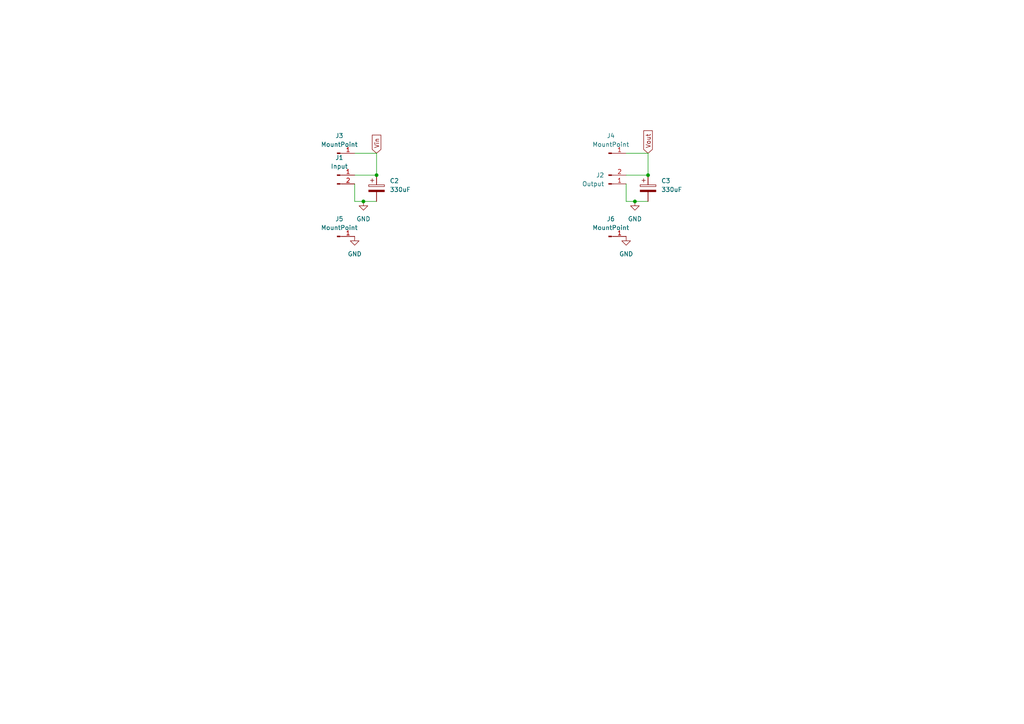
<source format=kicad_sch>
(kicad_sch (version 20211123) (generator eeschema)
  (paper "A4")
  (lib_symbols
    (symbol "Connector:Conn_01x01_Male" (pin_names (offset 1.016) hide)
      (property "Reference" "J" (at 0 2.54 0))
      (property "Value" "Conn_01x01_Male" (at 0 -2.54 0))
      (symbol "Conn_01x01_Male_1_1"
        (polyline (pts (xy 1.27 0) (xy 0.8636 0)) (stroke (width 0.1524)))
        (rectangle (start 0.8636 0.127) (end 0 -0.127) (stroke (width 0.1524)) (fill (type outline)))
        (pin passive line (at 5.08 0 180) (length 3.81) (name "Pin_1") (number "1"))
      )
    )
    (symbol "Connector:Conn_01x02_Male" (pin_names (offset 1.016) hide)
      (property "Reference" "J" (at 0 2.54 0))
      (property "Value" "Conn_01x02_Male" (at 0 -5.08 0))
      (symbol "Conn_01x02_Male_1_1"
        (polyline (pts (xy 1.27 -2.54) (xy 0.8636 -2.54)) (stroke (width 0.1524)))
        (polyline (pts (xy 1.27 0) (xy 0.8636 0)) (stroke (width 0.1524)))
        (rectangle (start 0.8636 -2.413) (end 0 -2.667) (stroke (width 0.1524)) (fill (type outline)))
        (rectangle (start 0.8636 0.127) (end 0 -0.127) (stroke (width 0.1524)) (fill (type outline)))
        (pin passive line (at 5.08 0 180) (length 3.81) (name "Pin_1") (number "1"))
        (pin passive line (at 5.08 -2.54 180) (length 3.81) (name "Pin_2") (number "2"))
      )
    )
    (symbol "Device:C_Polarized" (pin_numbers hide) (pin_names (offset 0.254))
      (property "Reference" "C" (at 0.635 2.54 0))
      (property "Value" "C_Polarized" (at 0.635 -2.54 0))
      (symbol "C_Polarized_0_1"
        (rectangle (start -2.286 0.508) (end 2.286 1.016))
        (polyline (pts (xy -1.778 2.286) (xy -0.762 2.286)))
        (polyline (pts (xy -1.27 2.794) (xy -1.27 1.778)))
        (rectangle (start 2.286 -0.508) (end -2.286 -1.016) (fill (type outline)))
      )
      (symbol "C_Polarized_1_1"
        (pin passive line (at 0 3.81 270) (length 2.794) (name "~") (number "1"))
        (pin passive line (at 0 -3.81 90) (length 2.794) (name "~") (number "2"))
      )
    )
    (symbol "power:GND" (power) (pin_names (offset 0))
      (property "Value" "GND" (at 0 -3.81 0))
      (symbol "GND_0_1"
        (polyline (pts (xy 0 0) (xy 0 -1.27) (xy 1.27 -1.27) (xy 0 -2.54) (xy -1.27 -1.27) (xy 0 -1.27)))
      )
      (symbol "GND_1_1"
        (pin power_in line (at 0 0 270) (length 0) hide (name "GND") (number "1"))
      )
    )
  )
  (junction (at 184.15 58.42))
  (junction (at 109.22 50.8))
  (junction (at 105.41 58.42))
  (junction (at 187.96 50.8))
  (wire (pts (xy 102.87 50.8) (xy 109.22 50.8)))
  (wire (pts (xy 105.41 58.42) (xy 109.22 58.42)))
  (wire (pts (xy 181.61 53.34) (xy 181.61 58.42)))
  (wire (pts (xy 102.87 58.42) (xy 102.87 53.34)))
  (wire (pts (xy 109.22 44.45) (xy 109.22 50.8)))
  (wire (pts (xy 105.41 58.42) (xy 102.87 58.42)))
  (wire (pts (xy 102.87 44.45) (xy 109.22 44.45)))
  (wire (pts (xy 184.15 58.42) (xy 181.61 58.42)))
  (wire (pts (xy 187.96 44.45) (xy 187.96 50.8)))
  (wire (pts (xy 181.61 50.8) (xy 187.96 50.8)))
  (wire (pts (xy 181.61 44.45) (xy 187.96 44.45)))
  (wire (pts (xy 187.96 58.42) (xy 184.15 58.42)))
  (global_label "Vout" (shape input) (at 187.96 44.45 90) (property "Intersheet References" "${INTERSHEET_REFS}" (effects hide)))
  (global_label "Vin" (shape input) (at 109.22 44.45 90) (property "Intersheet References" "${INTERSHEET_REFS}" (effects hide)))
  (symbol (lib_id "Connector:Conn_01x01_Male") (at 176.53 44.45 0) (unit 1)
    (property "Reference" "J4" (at 177.165 39.37 0))
    (property "Value" "MountPoint" (at 177.165 41.91 0))
    (property "Footprint" "Tinker:ConnPoint" (effects hide))
  )
  (symbol (lib_id "power:GND") (at 184.15 58.42 0) (unit 1)
    (property "Reference" "#PWR0109" (effects hide))
    (property "Value" "GND" (at 184.15 63.5 0))
  )
  (symbol (lib_id "Device:C_Polarized") (at 109.22 54.61 0) (unit 1)
    (property "Reference" "C2" (at 113.03 52.4509 0) (effects (justify left)))
    (property "Value" "330uF" (at 113.03 54.9909 0) (effects (justify left)))
    (property "Footprint" "Capacitor_SMD:CP_Elec_8x10" (effects hide))
    (property "LCSC" "C178599" (effects hide))
  )
  (symbol (lib_id "power:GND") (at 105.41 58.42 0) (unit 1)
    (property "Reference" "#PWR0108" (effects hide))
    (property "Value" "GND" (at 105.41 63.5 0))
  )
  (symbol (lib_id "Device:C_Polarized") (at 187.96 54.61 0) (unit 1)
    (property "Reference" "C3" (at 191.77 52.4509 0) (effects (justify left)))
    (property "Value" "330uF" (at 191.77 54.9909 0) (effects (justify left)))
    (property "Footprint" "Capacitor_SMD:CP_Elec_8x10" (effects hide))
    (property "LCSC" "C178599" (effects hide))
  )
  (symbol (lib_id "power:GND") (at 102.87 68.58 0) (unit 1)
    (property "Reference" "#PWR0107" (effects hide))
    (property "Value" "GND" (at 102.87 73.66 0))
  )
  (symbol (lib_id "Connector:Conn_01x02_Male") (at 97.79 50.8 0) (unit 1)
    (property "Reference" "J1" (at 98.425 45.72 0))
    (property "Value" "Input" (at 98.425 48.26 0))
    (property "Footprint" "TerminalBlock_4Ucon:TerminalBlock_4Ucon_1x02_P3.50mm_Horizontal" (effects hide))
    (property "LCSC" "C784940" (effects hide))
  )
  (symbol (lib_id "power:GND") (at 181.61 68.58 0) (unit 1)
    (property "Reference" "#PWR0102" (effects hide))
    (property "Value" "GND" (at 181.61 73.66 0))
  )
  (symbol (lib_id "Connector:Conn_01x02_Male") (at 176.53 53.34 0) (mirror x) (unit 1)
    (property "Reference" "J2" (at 175.26 50.7999 0) (effects (justify right)))
    (property "Value" "Output" (at 175.26 53.3399 0) (effects (justify right)))
    (property "Footprint" "TerminalBlock_4Ucon:TerminalBlock_4Ucon_1x02_P3.50mm_Horizontal" (effects hide))
    (property "LCSC" "C784940" (effects hide))
  )
  (symbol (lib_id "Connector:Conn_01x01_Male") (at 97.79 44.45 0) (unit 1)
    (property "Reference" "J3" (at 98.425 39.37 0))
    (property "Value" "MountPoint" (at 98.425 41.91 0))
    (property "Footprint" "Tinker:ConnPoint" (effects hide))
  )
  (symbol (lib_id "Connector:Conn_01x01_Male") (at 97.79 68.58 0) (unit 1)
    (property "Reference" "J5" (at 98.425 63.5 0))
    (property "Value" "MountPoint" (at 98.425 66.04 0))
    (property "Footprint" "Tinker:ConnPoint" (effects hide))
  )
  (symbol (lib_id "Connector:Conn_01x01_Male") (at 176.53 68.58 0) (unit 1)
    (property "Reference" "J6" (at 177.165 63.5 0))
    (property "Value" "MountPoint" (at 177.165 66.04 0))
    (property "Footprint" "Tinker:ConnPoint" (effects hide))
  )
)
</source>
